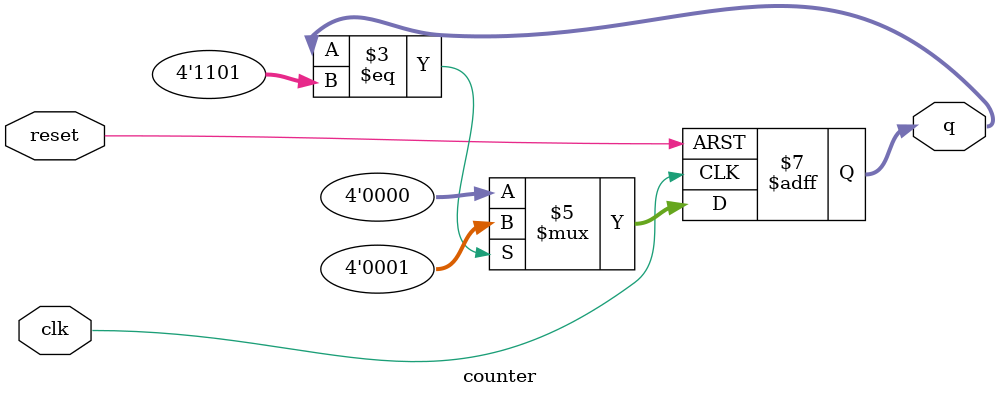
<source format=v>
module counter( 
    input clk,
    input reset,
    output reg [3:0] q
); 
// update q on the positive edge of the clock according to the following cases:
// on reset, assign q to 1
// else if q is 12, assign q to 1
// else, increment q by 1 
always@(posedge clk, negedge reset)
    if(!reset)
        q <= 0;
    else if(q == 13)
        q <= 1;
    else
        q <= 0;

endmodule

</source>
